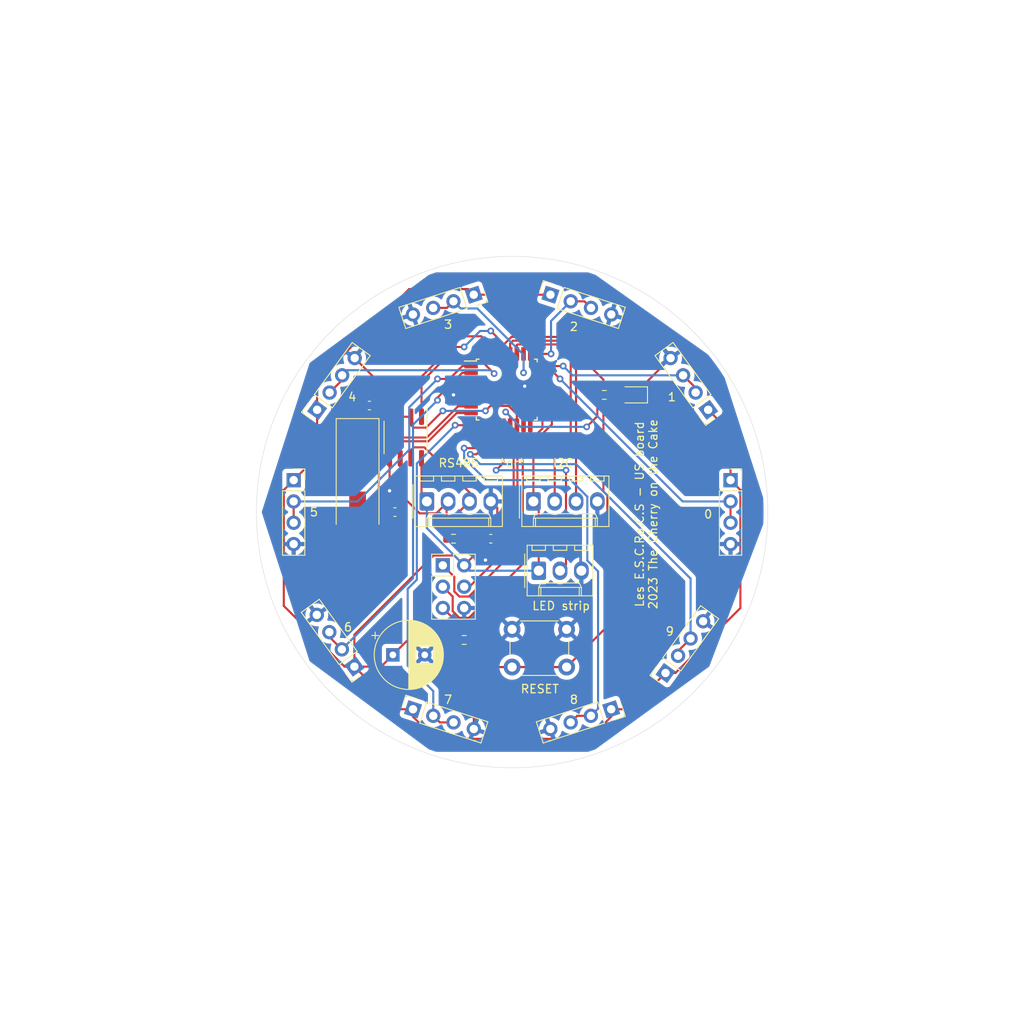
<source format=kicad_pcb>
(kicad_pcb (version 20211014) (generator pcbnew)
  (layers (0 "F.Cu" signal) (31 "B.Cu" signal) (34 "B.Paste" user) (35 "F.Paste" user) (36 "B.SilkS" user "B.Silkscreen") (37 "F.SilkS" user "F.Silkscreen") (38 "B.Mask" user) (39 "F.Mask" user) (44 "Edge.Cuts" user))
  (net 0 "")
  (net 1 "GND")
  (net 2 "/XTAL1")
  (net 3 "/XTAL2")
  (net 4 "+5V")
  (net 5 "/LED_DIG")
  (net 6 "/MISO")
  (net 7 "/SCK")
  (net 8 "/MOSI")
  (net 9 "/RST")
  (net 10 "/I2C_SDA")
  (net 11 "/I2C_SCL")
  (net 12 "/US0")
  (net 13 "/US4")
  (net 14 "/US8")
  (net 15 "/US1")
  (net 16 "/US5")
  (net 17 "/US9")
  (net 18 "/US6")
  (net 19 "/US2")
  (net 20 "/US7")
  (net 21 "/US3")
  (net 25 "Net-(J4-Pad2)")
  (net 26 "Net-(D1-Pad2)")
  (net 27 "Net-(J4-Pad3)")
  (net 28 "/LED_STAT")
  (net 29 "/RS485_TXE")
  (net 30 "/UART_RXD")
  (net 31 "/UART_TXD")
  (footprint "Capacitor_SMD:C_0603_1608Metric" (layer "F.Cu") (at 129.045 69.85)
    (fp_text reference "C1" hide)
    (fp_text value "22p")
    (pad "1" smd roundrect locked (at -0.775 0) (size 0.9 0.95) (layers "F.Cu" "F.Paste" "F.Mask") (net 2 "/XTAL1"))
    (pad "2" smd roundrect locked (at 0.775 0) (size 0.9 0.95) (layers "F.Cu" "F.Paste" "F.Mask") (net 1 "GND"))
  )
  (footprint "Capacitor_SMD:C_0603_1608Metric" (layer "F.Cu") (at 132.08 82.55)
    (fp_text reference "C2" hide)
    (fp_text value "22p")
    (pad "1" smd roundrect locked (at -0.775 0) (size 0.9 0.95) (layers "F.Cu" "F.Paste" "F.Mask") (net 3 "/XTAL2"))
    (pad "2" smd roundrect locked (at 0.775 0) (size 0.9 0.95) (layers "F.Cu" "F.Paste" "F.Mask") (net 1 "GND"))
  )
  (footprint "Capacitor_THT:CP_Radial_D8.0mm_P3.80mm" (layer "F.Cu") (at 131.839396 99.568)
    (fp_text reference "C3" hide)
    (fp_text value "10u")
    (pad "1" thru_hole rect (at 0 0) (size 1.6 1.6) (drill 0.8) (layers *.Cu *.Mask) (net 4 "+5V"))
    (pad "2" thru_hole circle (at 3.8 0) (size 1.6 1.6) (drill 0.8) (layers *.Cu *.Mask) (net 1 "GND"))
  )
  (footprint "Capacitor_SMD:C_0603_1608Metric" (layer "F.Cu") (at 143.51 85.725)
    (fp_text reference "C4" hide)
    (fp_text value "100n")
    (pad "1" smd roundrect locked (at -0.775 0) (size 0.9 0.95) (layers "F.Cu" "F.Paste" "F.Mask") (net 4 "+5V"))
    (pad "2" smd roundrect locked (at 0.775 0) (size 0.9 0.95) (layers "F.Cu" "F.Paste" "F.Mask") (net 1 "GND"))
  )
  (footprint "Connector_Molex:Molex_KK-254_AE-6410-03A_1x03_P2.54mm_Vertical" (layer "F.Cu") (at 149.225 89.535)
    (fp_text reference "J1" hide)
    (fp_text value "LED Strip")
    (pad "1" thru_hole roundrect locked (at 0 0) (size 1.74 2.19) (drill 1.19) (layers *.Cu *.Mask) (roundrect_rratio 0.1436775862) (net 4 "+5V"))
    (pad "2" thru_hole oval locked (at 2.54 0) (size 1.74 2.19) (drill 1.19) (layers *.Cu *.Mask) (net 5 "/LED_DIG"))
    (pad "3" thru_hole oval locked (at 5.08 0) (size 1.74 2.19) (drill 1.19) (layers *.Cu *.Mask) (net 1 "GND"))
  )
  (footprint "Connector_PinHeader_2.54mm:PinHeader_2x03_P2.54mm_Vertical" (layer "F.Cu") (at 137.795 88.9)
    (fp_text reference "J2" hide)
    (fp_text value "AVR-ISP-6")
    (pad "1" thru_hole rect locked (at 0 0) (size 1.7 1.7) (drill 1) (layers *.Cu *.Mask) (net 6 "/MISO"))
    (pad "2" thru_hole oval locked (at 2.54 0) (size 1.7 1.7) (drill 1) (layers *.Cu *.Mask) (net 4 "+5V"))
    (pad "3" thru_hole oval locked (at 0 2.54) (size 1.7 1.7) (drill 1) (layers *.Cu *.Mask) (net 7 "/SCK"))
    (pad "4" thru_hole oval locked (at 2.54 2.54) (size 1.7 1.7) (drill 1) (layers *.Cu *.Mask) (net 8 "/MOSI"))
    (pad "5" thru_hole oval locked (at 0 5.08) (size 1.7 1.7) (drill 1) (layers *.Cu *.Mask) (net 9 "/RST"))
    (pad "6" thru_hole oval locked (at 2.54 5.08) (size 1.7 1.7) (drill 1) (layers *.Cu *.Mask) (net 1 "GND"))
  )
  (footprint "Connector_Molex:Molex_KK-254_AE-6410-04A_1x04_P2.54mm_Vertical" (layer "F.Cu") (at 148.59 81.28)
    (fp_text reference "J3" hide)
    (fp_text value "I2C")
    (pad "1" thru_hole roundrect locked (at 0 0) (size 1.74 2.19) (drill 1.19) (layers *.Cu *.Mask) (roundrect_rratio 0.1436775862) (net 4 "+5V"))
    (pad "2" thru_hole oval locked (at 2.54 0) (size 1.74 2.19) (drill 1.19) (layers *.Cu *.Mask) (net 10 "/I2C_SDA"))
    (pad "3" thru_hole oval locked (at 5.08 0) (size 1.74 2.19) (drill 1.19) (layers *.Cu *.Mask) (net 11 "/I2C_SCL"))
    (pad "4" thru_hole oval locked (at 7.62 0) (size 1.74 2.19) (drill 1.19) (layers *.Cu *.Mask) (net 1 "GND"))
  )
  (footprint "Connector_Molex:Molex_KK-254_AE-6410-04A_1x04_P2.54mm_Vertical" (layer "F.Cu") (at 135.89 81.28)
    (fp_text reference "J4" hide)
    (fp_text value "RS485")
    (pad "1" thru_hole roundrect locked (at 0 0) (size 1.74 2.19) (drill 1.19) (layers *.Cu *.Mask) (roundrect_rratio 0.1436775862) (net 4 "+5V"))
    (pad "2" thru_hole oval locked (at 2.54 0) (size 1.74 2.19) (drill 1.19) (layers *.Cu *.Mask) (net 25 "Net-(J4-Pad2)"))
    (pad "3" thru_hole oval locked (at 5.08 0) (size 1.74 2.19) (drill 1.19) (layers *.Cu *.Mask) (net 27 "Net-(J4-Pad3)"))
    (pad "4" thru_hole oval locked (at 7.62 0) (size 1.74 2.19) (drill 1.19) (layers *.Cu *.Mask) (net 1 "GND"))
  )
  (footprint "Connector_PinSocket_2.54mm:PinSocket_1x04_P2.54mm_Vertical" (layer "F.Cu") (at 172.085 78.74)
    (fp_text reference "J5" hide)
    (fp_text value "US0")
    (pad "1" thru_hole rect locked (at 0 0) (size 1.7 1.7) (drill 1) (layers *.Cu *.Mask) (net 4 "+5V"))
    (pad "2" thru_hole oval locked (at 0 2.54) (size 1.7 1.7) (drill 1) (layers *.Cu *.Mask) (net 12 "/US0"))
    (pad "3" thru_hole oval locked (at 0 5.08) (size 1.7 1.7) (drill 1) (layers *.Cu *.Mask) (net 12 "/US0"))
    (pad "4" thru_hole oval locked (at 0 7.62) (size 1.7 1.7) (drill 1) (layers *.Cu *.Mask) (net 1 "GND"))
  )
  (footprint "Connector_PinSocket_2.54mm:PinSocket_1x04_P2.54mm_Vertical" (layer "F.Cu") (at 169.418 70.358 -144)
    (fp_text reference "J6" hide)
    (fp_text value "US1")
    (pad "1" thru_hole rect locked (at 0 0 216) (size 1.7 1.7) (drill 1) (layers *.Cu *.Mask) (net 4 "+5V"))
    (pad "2" thru_hole oval locked (at 0 2.54 216) (size 1.7 1.7) (drill 1) (layers *.Cu *.Mask) (net 15 "/US1"))
    (pad "3" thru_hole oval locked (at 0 5.08 216) (size 1.7 1.7) (drill 1) (layers *.Cu *.Mask) (net 15 "/US1"))
    (pad "4" thru_hole oval locked (at 0 7.62 216) (size 1.7 1.7) (drill 1) (layers *.Cu *.Mask) (net 1 "GND"))
  )
  (footprint "Connector_PinSocket_2.54mm:PinSocket_1x04_P2.54mm_Vertical" (layer "F.Cu") (at 150.622 56.642 72)
    (fp_text reference "J7" hide)
    (fp_text value "US2")
    (pad "1" thru_hole rect locked (at 0 0 72) (size 1.7 1.7) (drill 1) (layers *.Cu *.Mask) (net 4 "+5V"))
    (pad "2" thru_hole oval locked (at 0 2.54 72) (size 1.7 1.7) (drill 1) (layers *.Cu *.Mask) (net 19 "/US2"))
    (pad "3" thru_hole oval locked (at 0 5.08 72) (size 1.7 1.7) (drill 1) (layers *.Cu *.Mask) (net 19 "/US2"))
    (pad "4" thru_hole oval locked (at 0 7.62 72) (size 1.7 1.7) (drill 1) (layers *.Cu *.Mask) (net 1 "GND"))
  )
  (footprint "Connector_PinSocket_2.54mm:PinSocket_1x04_P2.54mm_Vertical" (layer "F.Cu") (at 141.478 56.642 -72)
    (fp_text reference "J8" hide)
    (fp_text value "US3")
    (pad "1" thru_hole rect locked (at 0 0 288) (size 1.7 1.7) (drill 1) (layers *.Cu *.Mask) (net 4 "+5V"))
    (pad "2" thru_hole oval locked (at 0 2.54 288) (size 1.7 1.7) (drill 1) (layers *.Cu *.Mask) (net 21 "/US3"))
    (pad "3" thru_hole oval locked (at 0 5.08 288) (size 1.7 1.7) (drill 1) (layers *.Cu *.Mask) (net 21 "/US3"))
    (pad "4" thru_hole oval locked (at 0 7.62 288) (size 1.7 1.7) (drill 1) (layers *.Cu *.Mask) (net 1 "GND"))
  )
  (footprint "Connector_PinSocket_2.54mm:PinSocket_1x04_P2.54mm_Vertical" (layer "F.Cu") (at 122.809 70.358 144)
    (fp_text reference "J9" hide)
    (fp_text value "US4")
    (pad "1" thru_hole rect locked (at 0 0 144) (size 1.7 1.7) (drill 1) (layers *.Cu *.Mask) (net 4 "+5V"))
    (pad "2" thru_hole oval locked (at 0 2.54 144) (size 1.7 1.7) (drill 1) (layers *.Cu *.Mask) (net 13 "/US4"))
    (pad "3" thru_hole oval locked (at 0 5.08 144) (size 1.7 1.7) (drill 1) (layers *.Cu *.Mask) (net 13 "/US4"))
    (pad "4" thru_hole oval locked (at 0 7.62 144) (size 1.7 1.7) (drill 1) (layers *.Cu *.Mask) (net 1 "GND"))
  )
  (footprint "Connector_PinSocket_2.54mm:PinSocket_1x04_P2.54mm_Vertical" (layer "F.Cu") (at 120.015 78.74)
    (fp_text reference "J10" hide)
    (fp_text value "US5")
    (pad "1" thru_hole rect locked (at 0 0) (size 1.7 1.7) (drill 1) (layers *.Cu *.Mask) (net 4 "+5V"))
    (pad "2" thru_hole oval locked (at 0 2.54) (size 1.7 1.7) (drill 1) (layers *.Cu *.Mask) (net 16 "/US5"))
    (pad "3" thru_hole oval locked (at 0 5.08) (size 1.7 1.7) (drill 1) (layers *.Cu *.Mask) (net 16 "/US5"))
    (pad "4" thru_hole oval locked (at 0 7.62) (size 1.7 1.7) (drill 1) (layers *.Cu *.Mask) (net 1 "GND"))
  )
  (footprint "Connector_PinSocket_2.54mm:PinSocket_1x04_P2.54mm_Vertical" (layer "F.Cu") (at 127.254 100.965 -144)
    (fp_text reference "J11" hide)
    (fp_text value "US6")
    (pad "1" thru_hole rect locked (at 0 0 216) (size 1.7 1.7) (drill 1) (layers *.Cu *.Mask) (net 4 "+5V"))
    (pad "2" thru_hole oval locked (at 0 2.54 216) (size 1.7 1.7) (drill 1) (layers *.Cu *.Mask) (net 18 "/US6"))
    (pad "3" thru_hole oval locked (at 0 5.08 216) (size 1.7 1.7) (drill 1) (layers *.Cu *.Mask) (net 18 "/US6"))
    (pad "4" thru_hole oval locked (at 0 7.62 216) (size 1.7 1.7) (drill 1) (layers *.Cu *.Mask) (net 1 "GND"))
  )
  (footprint "Connector_PinSocket_2.54mm:PinSocket_1x04_P2.54mm_Vertical" (layer "F.Cu") (at 134.239 106.045 72)
    (fp_text reference "J12" hide)
    (fp_text value "US7")
    (pad "1" thru_hole rect locked (at 0 0 72) (size 1.7 1.7) (drill 1) (layers *.Cu *.Mask) (net 4 "+5V"))
    (pad "2" thru_hole oval locked (at 0 2.54 72) (size 1.7 1.7) (drill 1) (layers *.Cu *.Mask) (net 20 "/US7"))
    (pad "3" thru_hole oval locked (at 0 5.08 72) (size 1.7 1.7) (drill 1) (layers *.Cu *.Mask) (net 20 "/US7"))
    (pad "4" thru_hole oval locked (at 0 7.62 72) (size 1.7 1.7) (drill 1) (layers *.Cu *.Mask) (net 1 "GND"))
  )
  (footprint "Connector_PinSocket_2.54mm:PinSocket_1x04_P2.54mm_Vertical" (layer "F.Cu") (at 157.861 106.045 -72)
    (fp_text reference "J13" hide)
    (fp_text value "US8")
    (pad "1" thru_hole rect locked (at 0 0 288) (size 1.7 1.7) (drill 1) (layers *.Cu *.Mask) (net 4 "+5V"))
    (pad "2" thru_hole oval locked (at 0 2.54 288) (size 1.7 1.7) (drill 1) (layers *.Cu *.Mask) (net 14 "/US8"))
    (pad "3" thru_hole oval locked (at 0 5.08 288) (size 1.7 1.7) (drill 1) (layers *.Cu *.Mask) (net 14 "/US8"))
    (pad "4" thru_hole oval locked (at 0 7.62 288) (size 1.7 1.7) (drill 1) (layers *.Cu *.Mask) (net 1 "GND"))
  )
  (footprint "Connector_PinSocket_2.54mm:PinSocket_1x04_P2.54mm_Vertical" (layer "F.Cu") (at 164.338 101.727 144)
    (fp_text reference "J14" hide)
    (fp_text value "US9")
    (pad "1" thru_hole rect locked (at 0 0 144) (size 1.7 1.7) (drill 1) (layers *.Cu *.Mask) (net 4 "+5V"))
    (pad "2" thru_hole oval locked (at 0 2.54 144) (size 1.7 1.7) (drill 1) (layers *.Cu *.Mask) (net 17 "/US9"))
    (pad "3" thru_hole oval locked (at 0 5.08 144) (size 1.7 1.7) (drill 1) (layers *.Cu *.Mask) (net 17 "/US9"))
    (pad "4" thru_hole oval locked (at 0 7.62 144) (size 1.7 1.7) (drill 1) (layers *.Cu *.Mask) (net 1 "GND"))
  )
  (footprint "Resistor_SMD:R_0603_1608Metric" (layer "F.Cu") (at 140.335 97.79)
    (fp_text reference "R1" hide)
    (fp_text value "10k")
    (pad "1" smd roundrect locked (at -0.825 0) (size 0.8 0.95) (layers "F.Cu" "F.Paste" "F.Mask") (net 4 "+5V"))
    (pad "2" smd roundrect locked (at 0.825 0) (size 0.8 0.95) (layers "F.Cu" "F.Paste" "F.Mask") (net 9 "/RST"))
  )
  (footprint "Resistor_SMD:R_0603_1608Metric" (layer "F.Cu") (at 139.065 85.725 180)
    (fp_text reference "R2" hide)
    (fp_text value "120R")
    (pad "1" smd roundrect locked (at -0.825 0 180) (size 0.8 0.95) (layers "F.Cu" "F.Paste" "F.Mask") (net 27 "Net-(J4-Pad3)"))
    (pad "2" smd roundrect locked (at 0.825 0 180) (size 0.8 0.95) (layers "F.Cu" "F.Paste" "F.Mask") (net 25 "Net-(J4-Pad2)"))
  )
  (footprint "Resistor_SMD:R_0603_1608Metric" (layer "F.Cu") (at 157.035 68.58)
    (fp_text reference "R3" hide)
    (fp_text value "500")
    (pad "1" smd roundrect locked (at -0.825 0) (size 0.8 0.95) (layers "F.Cu" "F.Paste" "F.Mask") (net 28 "/LED_STAT"))
    (pad "2" smd roundrect locked (at 0.825 0) (size 0.8 0.95) (layers "F.Cu" "F.Paste" "F.Mask") (net 26 "Net-(D1-Pad2)"))
  )
  (footprint "Button_Switch_THT:SW_PUSH_6mm" (layer "F.Cu") (at 146.05 96.52)
    (fp_text reference "SW1" hide)
    (fp_text value "RESET")
    (pad "1" thru_hole circle locked (at 0 0 90) (size 2 2) (drill 1.1) (layers *.Cu *.Mask) (net 1 "GND"))
    (pad "1" thru_hole circle locked (at 6.5 0 90) (size 2 2) (drill 1.1) (layers *.Cu *.Mask) (net 1 "GND"))
    (pad "2" thru_hole circle locked (at 0 4.5 90) (size 2 2) (drill 1.1) (layers *.Cu *.Mask) (net 9 "/RST"))
    (pad "2" thru_hole circle locked (at 6.5 4.5 90) (size 2 2) (drill 1.1) (layers *.Cu *.Mask) (net 9 "/RST"))
  )
  (footprint "Package_QFP:TQFP-32_7x7mm_P0.8mm" (layer "F.Cu") (at 145.415 67.945)
    (fp_text reference "U1" hide)
    (fp_text value "ATmega168PA-AU")
    (pad "1" smd rect locked (at -4.25 -2.8) (size 1.6 0.55) (layers "F.Cu" "F.Paste" "F.Mask") (net 16 "/US5"))
    (pad "2" smd rect locked (at -4.25 -2) (size 1.6 0.55) (layers "F.Cu" "F.Paste" "F.Mask") (net 18 "/US6"))
    (pad "3" smd rect locked (at -4.25 -1.2) (size 1.6 0.55) (layers "F.Cu" "F.Paste" "F.Mask") (net 1 "GND"))
    (pad "4" smd rect locked (at -4.25 -0.4) (size 1.6 0.55) (layers "F.Cu" "F.Paste" "F.Mask") (net 4 "+5V"))
    (pad "5" smd rect locked (at -4.25 0.4) (size 1.6 0.55) (layers "F.Cu" "F.Paste" "F.Mask") (net 1 "GND"))
    (pad "6" smd rect locked (at -4.25 1.2) (size 1.6 0.55) (layers "F.Cu" "F.Paste" "F.Mask") (net 4 "+5V"))
    (pad "7" smd rect locked (at -4.25 2) (size 1.6 0.55) (layers "F.Cu" "F.Paste" "F.Mask") (net 2 "/XTAL1"))
    (pad "8" smd rect locked (at -4.25 2.8) (size 1.6 0.55) (layers "F.Cu" "F.Paste" "F.Mask") (net 3 "/XTAL2"))
    (pad "9" smd rect locked (at -2.8 4.25 90) (size 1.6 0.55) (layers "F.Cu" "F.Paste" "F.Mask") (net 20 "/US7"))
    (pad "10" smd rect locked (at -2 4.25 90) (size 1.6 0.55) (layers "F.Cu" "F.Paste" "F.Mask") (net 14 "/US8"))
    (pad "11" smd rect locked (at -1.2 4.25 90) (size 1.6 0.55) (layers "F.Cu" "F.Paste" "F.Mask") (net 17 "/US9"))
    (pad "12" smd rect locked (at -0.4 4.25 90) (size 1.6 0.55) (layers "F.Cu" "F.Paste" "F.Mask") (net 5 "/LED_DIG"))
    (pad "13" smd rect locked (at 0.4 4.25 90) (size 1.6 0.55) (layers "F.Cu" "F.Paste" "F.Mask") (net 28 "/LED_STAT"))
    (pad "14" smd rect locked (at 1.2 4.25 90) (size 1.6 0.55) (layers "F.Cu" "F.Paste" "F.Mask") (net 29 "/RS485_TXE"))
    (pad "15" smd rect locked (at 2 4.25 90) (size 1.6 0.55) (layers "F.Cu" "F.Paste" "F.Mask") (net 8 "/MOSI"))
    (pad "16" smd rect locked (at 2.8 4.25 90) (size 1.6 0.55) (layers "F.Cu" "F.Paste" "F.Mask") (net 6 "/MISO"))
    (pad "17" smd rect locked (at 4.25 2.8) (size 1.6 0.55) (layers "F.Cu" "F.Paste" "F.Mask") (net 7 "/SCK"))
    (pad "18" smd rect locked (at 4.25 2) (size 1.6 0.55) (layers "F.Cu" "F.Paste" "F.Mask") (net 4 "+5V"))
    (pad "19" smd rect locked (at 4.25 1.2) (size 1.6 0.55) (layers "F.Cu" "F.Paste" "F.Mask"))
    (pad "20" smd rect locked (at 4.25 0.4) (size 1.6 0.55) (layers "F.Cu" "F.Paste" "F.Mask"))
    (pad "21" smd rect locked (at 4.25 -0.4) (size 1.6 0.55) (layers "F.Cu" "F.Paste" "F.Mask") (net 1 "GND"))
    (pad "22" smd rect locked (at 4.25 -1.2) (size 1.6 0.55) (layers "F.Cu" "F.Paste" "F.Mask"))
    (pad "23" smd rect locked (at 4.25 -2) (size 1.6 0.55) (layers "F.Cu" "F.Paste" "F.Mask") (net 12 "/US0"))
    (pad "24" smd rect locked (at 4.25 -2.8) (size 1.6 0.55) (layers "F.Cu" "F.Paste" "F.Mask") (net 15 "/US1"))
    (pad "25" smd rect locked (at 2.8 -4.25 90) (size 1.6 0.55) (layers "F.Cu" "F.Paste" "F.Mask") (net 19 "/US2"))
    (pad "26" smd rect locked (at 2 -4.25 90) (size 1.6 0.55) (layers "F.Cu" "F.Paste" "F.Mask") (net 21 "/US3"))
    (pad "27" smd rect locked (at 1.2 -4.25 90) (size 1.6 0.55) (layers "F.Cu" "F.Paste" "F.Mask") (net 10 "/I2C_SDA"))
    (pad "28" smd rect locked (at 0.4 -4.25 90) (size 1.6 0.55) (layers "F.Cu" "F.Paste" "F.Mask") (net 11 "/I2C_SCL"))
    (pad "29" smd rect locked (at -0.4 -4.25 90) (size 1.6 0.55) (layers "F.Cu" "F.Paste" "F.Mask") (net 9 "/RST"))
    (pad "30" smd rect locked (at -1.2 -4.25 90) (size 1.6 0.55) (layers "F.Cu" "F.Paste" "F.Mask") (net 30 "/UART_RXD"))
    (pad "31" smd rect locked (at -2 -4.25 90) (size 1.6 0.55) (layers "F.Cu" "F.Paste" "F.Mask") (net 31 "/UART_TXD"))
    (pad "32" smd rect locked (at -2.8 -4.25 90) (size 1.6 0.55) (layers "F.Cu" "F.Paste" "F.Mask") (net 13 "/US4"))
  )
  (footprint "Package_SO:SOIC-8_3.9x4.9mm_P1.27mm" (layer "F.Cu") (at 133.35 73.66 -90)
    (fp_text reference "U2" hide)
    (fp_text value "MAX485E")
    (pad "1" smd roundrect locked (at -2.475 -1.905 270) (size 1.95 0.6) (layers "F.Cu" "F.Paste" "F.Mask") (net 30 "/UART_RXD"))
    (pad "2" smd roundrect locked (at -2.475 -0.635 270) (size 1.95 0.6) (layers "F.Cu" "F.Paste" "F.Mask") (net 29 "/RS485_TXE"))
    (pad "3" smd roundrect locked (at -2.475 0.635 270) (size 1.95 0.6) (layers "F.Cu" "F.Paste" "F.Mask") (net 29 "/RS485_TXE"))
    (pad "4" smd roundrect locked (at -2.475 1.905 270) (size 1.95 0.6) (layers "F.Cu" "F.Paste" "F.Mask") (net 31 "/UART_TXD"))
    (pad "5" smd roundrect locked (at 2.475 1.905 270) (size 1.95 0.6) (layers "F.Cu" "F.Paste" "F.Mask") (net 1 "GND"))
    (pad "6" smd roundrect locked (at 2.475 0.635 270) (size 1.95 0.6) (layers "F.Cu" "F.Paste" "F.Mask") (net 25 "Net-(J4-Pad2)"))
    (pad "7" smd roundrect locked (at 2.475 -0.635 270) (size 1.95 0.6) (layers "F.Cu" "F.Paste" "F.Mask") (net 27 "Net-(J4-Pad3)"))
    (pad "8" smd roundrect locked (at 2.475 -1.905 270) (size 1.95 0.6) (layers "F.Cu" "F.Paste" "F.Mask") (net 4 "+5V"))
  )
  (footprint "Crystal:Crystal_SMD_HC49-SD" (layer "F.Cu") (at 127.635 78.105 -90)
    (fp_text reference "Y1" hide)
    (fp_text value "16MHz")
    (pad "1" smd rect locked (at -4.25 0 270) (size 4.5 2) (layers "F.Cu" "F.Paste" "F.Mask") (net 2 "/XTAL1"))
    (pad "2" smd rect locked (at 4.25 0 270) (size 4.5 2) (layers "F.Cu" "F.Paste" "F.Mask") (net 3 "/XTAL2"))
  )
  (footprint "LED_SMD:LED_0805_2012Metric" (layer "F.Cu") (at 160.5025 68.58 180)
    (fp_text reference "D1" hide)
    (fp_text value "Status")
    (pad "1" smd roundrect locked (at -0.9375 0 180) (size 0.975 1.4) (layers "F.Cu" "F.Paste" "F.Mask") (net 1 "GND"))
    (pad "2" smd roundrect locked (at 0.9375 0 180) (size 0.975 1.4) (layers "F.Cu" "F.Paste" "F.Mask") (net 26 "Net-(D1-Pad2)"))
  )
  (gr_circle (center 146.05 82.55) (end 176.53 82.55) (layer "Edge.Cuts") (width 0.05) (fill none))
  (gr_text "6" (at 126.492 96.266) (layer "F.SilkS") (effects (font (size 1 1))))
  (gr_text "1" (at 165.1 68.834) (layer "F.SilkS") (effects (font (size 1 1))))
  (gr_text "8" (at 153.416 104.902) (layer "F.SilkS") (effects (font (size 1 1))))
  (gr_text "RS485" (at 139.7 76.708) (layer "F.SilkS") (effects (font (size 1 1))))
  (gr_text "9" (at 164.846 96.774) (layer "F.SilkS") (effects (font (size 1 1))))
  (gr_text "I2C" (at 152.146 76.708) (layer "F.SilkS") (effects (font (size 1 1))))
  (gr_text "2" (at 153.416 60.452) (layer "F.SilkS") (effects (font (size 1 1))))
  (gr_text "0" (at 169.418 82.804) (layer "F.SilkS") (effects (font (size 1 1))))
  (gr_text "4" (at 127 68.834) (layer "F.SilkS") (effects (font (size 1 1))))
  (gr_text "RESET" (at 149.352 103.632) (layer "F.SilkS") (effects (font (size 1 1))))
  (gr_text "*or*" (at 146.05 76.708) (layer "F.SilkS") (effects (font (size 1 1))))
  (gr_text "3" (at 138.43 60.198) (layer "F.SilkS") (effects (font (size 1 1))))
  (gr_text "5" (at 122.428 82.55) (layer "F.SilkS") (effects (font (size 1 1))))
  (gr_text "LED strip" (at 151.892 93.726) (layer "F.SilkS") (effects (font (size 1 1))))
  (gr_text "Les E.S.C.Ro.C.S - US board\n2023 The Cherry on the Cake" (at 162.052 82.804 90) (layer "F.SilkS") (effects (font (size 1 1))))
  (gr_text "7" (at 138.43 104.902) (layer "F.SilkS") (effects (font (size 1 1))))
  (segment (start 147.555 67.545) (end 147.555 67.545) (width 0.25) (layer "F.Cu") (net 1))
  (segment (start 139.065 68.58) (end 139.065 68.58) (width 0.25) (layer "F.Cu") (net 1))
  (segment (start 131.445 80.01) (end 131.445 79.375) (width 0.25) (layer "F.Cu") (net 1))
  (segment (start 142.875 88.265) (end 142.875 88.265) (width 0.25) (layer "F.Cu") (net 1))
  (segment (start 149.665 67.545) (end 147.555 67.545) (width 0.25) (layer "F.Cu") (net 1))
  (segment (start 141.165 68.345) (end 139.3 68.345) (width 0.25) (layer "F.Cu") (net 1))
  (segment (start 144.285 86.855) (end 142.875 88.265) (width 0.25) (layer "F.Cu") (net 1))
  (segment (start 129.82 69.85) (end 129.82 66.725367) (width 0.25) (layer "F.Cu") (net 1))
  (segment (start 131.445 81.14) (end 131.445 80.01) (width 0.25) (layer "F.Cu") (net 1))
  (segment (start 139.3 68.345) (end 139.065 68.58) (width 0.25) (layer "F.Cu") (net 1))
  (segment (start 141.486051 105.396051) (end 141.467447 105.396051) (width 0.25) (layer "F.Cu") (net 1))
  (segment (start 141.467447 105.396051) (end 135.639396 99.568) (width 0.25) (layer "F.Cu") (net 1))
  (segment (start 141.165 66.745) (end 140.115 66.745) (width 0.25) (layer "F.Cu") (net 1))
  (segment (start 144.285 82.055) (end 143.51 81.28) (width 0.25) (layer "F.Cu") (net 1))
  (segment (start 140.115 66.745) (end 140.039999 66.820001) (width 0.25) (layer "F.Cu") (net 1))
  (segment (start 161.29 68.58) (end 161.29 67.842367) (width 0.25) (layer "F.Cu") (net 1))
  (segment (start 161.29 67.842367) (end 164.939076 64.193291) (width 0.25) (layer "F.Cu") (net 1))
  (segment (start 129.82 66.725367) (end 127.287924 64.193291) (width 0.25) (layer "F.Cu") (net 1))
  (segment (start 140.039999 68.080001) (end 140.304998 68.345) (width 0.25) (layer "F.Cu") (net 1))
  (segment (start 140.304998 68.345) (end 141.165 68.345) (width 0.25) (layer "F.Cu") (net 1))
  (segment (start 140.039999 66.820001) (end 140.039999 68.080001) (width 0.25) (layer "F.Cu") (net 1))
  (segment (start 141.486051 105.396051) (end 141.486051 108.399709) (width 0.25) (layer "F.Cu") (net 1))
  (segment (start 144.285 85.725) (end 144.285 86.855) (width 0.25) (layer "F.Cu") (net 1))
  (segment (start 132.855 82.55) (end 131.445 81.14) (width 0.25) (layer "F.Cu") (net 1))
  (segment (start 131.445 76.135) (end 131.445 79.375) (width 0.25) (layer "F.Cu") (net 1))
  (segment (start 144.285 85.725) (end 144.285 82.055) (width 0.25) (layer "F.Cu") (net 1))
  (via (at 139.065 68.58) (size 0.8) (drill 0.4) (layers "F.Cu" "B.Cu") (net 1))
  (via (at 131.445 80.01) (size 0.8) (drill 0.4) (layers "F.Cu" "B.Cu") (net 1))
  (via (at 142.875 88.265) (size 0.8) (drill 0.4) (layers "F.Cu" "B.Cu") (net 1))
  (via (at 147.555 67.545) (size 0.8) (drill 0.4) (layers "F.Cu" "B.Cu") (net 1))
  (segment (start 128.27 73.22) (end 127.635 73.855) (width 0.25) (layer "F.Cu") (net 2))
  (segment (start 135.89 73.66) (end 127.83 73.66) (width 0.25) (layer "F.Cu") (net 2))
  (segment (start 127.83 73.66) (end 127.635 73.855) (width 0.25) (layer "F.Cu") (net 2))
  (segment (start 139.605 69.945) (end 135.89 73.66) (width 0.25) (layer "F.Cu") (net 2))
  (segment (start 141.165 69.945) (end 139.605 69.945) (width 0.25) (layer "F.Cu") (net 2))
  (segment (start 128.27 69.85) (end 128.27 73.22) (width 0.25) (layer "F.Cu") (net 2))
  (segment (start 131.305 82.55) (end 128.71 82.55) (width 0.25) (layer "F.Cu") (net 3))
  (segment (start 130.175 74.110011) (end 130.175 79.815) (width 0.25) (layer "F.Cu") (net 3))
  (segment (start 128.71 82.55) (end 127.635 81.475) (width 0.25) (layer "F.Cu") (net 3))
  (segment (start 136.0764 74.110011) (end 130.175 74.110011) (width 0.25) (layer "F.Cu") (net 3))
  (segment (start 130.175 79.815) (end 127.635 82.355) (width 0.25) (layer "F.Cu") (net 3))
  (segment (start 139.44141 70.745) (end 136.0764 74.110011) (width 0.25) (layer "F.Cu") (net 3))
  (segment (start 141.165 70.745) (end 139.44141 70.745) (width 0.25) (layer "F.Cu") (net 3))
  (segment (start 122.809 66.933213) (end 133.774776 55.967437) (width 0.25) (layer "F.Cu") (net 4))
  (segment (start 136.874968 109.57471) (end 155.225032 109.57471) (width 0.25) (layer "F.Cu") (net 4))
  (segment (start 148.59 81.28) (end 148.59 74.29641) (width 0.25) (layer "F.Cu") (net 4))
  (segment (start 160.02 106.045) (end 164.338 101.727) (width 0.25) (layer "F.Cu") (net 4))
  (segment (start 142.215 69.145) (end 141.165 69.145) (width 0.25) (layer "F.Cu") (net 4))
  (segment (start 148.615 69.945) (end 147.815 69.145) (width 0.25) (layer "F.Cu") (net 4))
  (segment (start 118.839999 79.915001) (end 120.015 78.74) (width 0.25) (layer "F.Cu") (net 4))
  (segment (start 140.335 88.9) (end 139.159999 87.724999) (width 0.25) (layer "F.Cu") (net 4))
  (segment (start 142.025002 69.145) (end 141.165 69.145) (width 0.25) (layer "F.Cu") (net 4))
  (segment (start 130.442396 100.965) (end 131.839396 99.568) (width 0.25) (layer "F.Cu") (net 4))
  (segment (start 155.225032 109.57471) (end 157.861 106.938742) (width 0.25) (layer "F.Cu") (net 4))
  (segment (start 173.260001 93.982073) (end 173.260001 79.915001) (width 0.25) (layer "F.Cu") (net 4))
  (segment (start 150.622 56.642) (end 141.478 56.642) (width 0.25) (layer "F.Cu") (net 4))
  (segment (start 157.861 106.045) (end 160.02 106.045) (width 0.25) (layer "F.Cu") (net 4))
  (segment (start 149.225 81.915) (end 148.59 81.28) (width 0.25) (layer "F.Cu") (net 4))
  (segment (start 157.861 106.938742) (end 157.861 106.045) (width 0.25) (layer "F.Cu") (net 4))
  (segment (start 135.255 80.645) (end 135.89 81.28) (width 0.25) (layer "F.Cu") (net 4))
  (segment (start 148.59 74.29641) (end 150.790001 72.096409) (width 0.25) (layer "F.Cu") (net 4))
  (segment (start 142.290001 69.069999) (end 142.215 69.145) (width 0.25) (layer "F.Cu") (net 4))
  (segment (start 134.239 106.938742) (end 136.874968 109.57471) (width 0.25) (layer "F.Cu") (net 4))
  (segment (start 122.809 75.946) (end 120.015 78.74) (width 0.25) (layer "F.Cu") (net 4))
  (segment (start 122.809 70.358) (end 122.809 75.946) (width 0.25) (layer "F.Cu") (net 4))
  (segment (start 150.525002 69.945) (end 149.665 69.945) (width 0.25) (layer "F.Cu") (net 4))
  (segment (start 136.684999 87.724999) (end 127.254 97.155998) (width 0.25) (layer "F.Cu") (net 4))
  (segment (start 142.215 67.545) (end 142.290001 67.620001) (width 0.25) (layer "F.Cu") (net 4))
  (segment (start 134.239 106.045) (end 134.239 106.938742) (width 0.25) (layer "F.Cu") (net 4))
  (segment (start 126.076926 100.965) (end 118.839999 93.728073) (width 0.25) (layer "F.Cu") (net 4))
  (segment (start 173.260001 79.915001) (end 172.085 78.74) (width 0.25) (layer "F.Cu") (net 4))
  (segment (start 132.334 106.045) (end 127.254 100.965) (width 0.25) (layer "F.Cu") (net 4))
  (segment (start 135.255 76.135) (end 135.255 80.645) (width 0.25) (layer "F.Cu") (net 4))
  (segment (start 172.085 78.74) (end 172.085 73.025) (width 0.25) (layer "F.Cu") (net 4))
  (segment (start 139.159999 87.724999) (end 136.684999 87.724999) (width 0.25) (layer "F.Cu") (net 4))
  (segment (start 141.165 67.545) (end 142.215 67.545) (width 0.25) (layer "F.Cu") (net 4))
  (segment (start 172.085 73.025) (end 169.418 70.358) (width 0.25) (layer "F.Cu") (net 4))
  (segment (start 134.239 106.045) (end 132.334 106.045) (width 0.25) (layer "F.Cu") (net 4))
  (segment (start 165.515074 101.727) (end 173.260001 93.982073) (width 0.25) (layer "F.Cu") (net 4))
  (segment (start 133.617396 97.79) (end 131.839396 99.568) (width 0.25) (layer "F.Cu") (net 4))
  (segment (start 133.774776 55.967437) (end 140.803437 55.967437) (width 0.25) (layer "F.Cu") (net 4))
  (segment (start 142.735 86.5) (end 140.335 88.9) (width 0.25) (layer "F.Cu") (net 4))
  (segment (start 118.839999 93.728073) (end 118.839999 79.915001) (width 0.25) (layer "F.Cu") (net 4))
  (segment (start 150.790001 70.209999) (end 150.525002 69.945) (width 0.25) (layer "F.Cu") (net 4))
  (segment (start 149.665 69.945) (end 148.615 69.945) (width 0.25) (layer "F.Cu") (net 4))
  (segment (start 140.803437 55.967437) (end 141.478 56.642) (width 0.25) (layer "F.Cu") (net 4))
  (segment (start 127.254 100.965) (end 126.076926 100.965) (width 0.25) (layer "F.Cu") (net 4))
  (segment (start 142.735 85.725) (end 142.735 86.5) (width 0.25) (layer "F.Cu") (net 4))
  (segment (start 122.809 70.358) (end 122.809 66.933213) (width 0.25) (layer "F.Cu") (net 4))
  (segment (start 150.790001 72.096409) (end 150.790001 70.209999) (width 0.25) (layer "F.Cu") (net 4))
  (segment (start 127.254 100.965) (end 130.442396 100.965) (width 0.25) (layer "F.Cu") (net 4))
  (segment (start 164.338 101.727) (end 165.515074 101.727) (width 0.25) (layer "F.Cu") (net 4))
  (segment (start 139.51 97.79) (end 133.617396 97.79) (width 0.25) (layer "F.Cu") (net 4))
  (segment (start 147.815 69.145) (end 141.165 69.145) (width 0.25) (layer "F.Cu") (net 4))
  (segment (start 127.254 97.155998) (end 127.254 100.965) (width 0.25) (layer "F.Cu") (net 4))
  (segment (start 149.225 89.535) (end 149.225 81.915) (width 0.25) (layer "F.Cu") (net 4))
  (segment (start 142.290001 67.620001) (end 142.290001 69.069999) (width 0.25) (layer "F.Cu") (net 4))
  (segment (start 135.89 84.455) (end 140.335 88.9) (width 0.25) (layer "B.Cu") (net 4))
  (segment (start 135.89 81.28) (end 135.89 84.455) (width 0.25) (layer "B.Cu") (net 4))
  (segment (start 140.97 89.535) (end 140.335 88.9) (width 0.25) (layer "B.Cu") (net 4))
  (segment (start 149.225 89.535) (end 140.97 89.535) (width 0.25) (layer "B.Cu") (net 4))
  (segment (start 145.015 72.195) (end 145.015 76.69001) (width 0.25) (layer "F.Cu") (net 5))
  (segment (start 152.47499 88.82501) (end 152.47499 77.56001) (width 0.25) (layer "F.Cu") (net 5))
  (segment (start 151.765 89.535) (end 152.47499 88.82501) (width 0.25) (layer "F.Cu") (net 5))
  (segment (start 145.015 76.69001) (end 144.145 77.56001) (width 0.25) (layer "F.Cu") (net 5))
  (via (at 144.145 77.56001) (size 0.8) (drill 0.4) (layers "F.Cu" "B.Cu") (net 5))
  (via (at 152.47499 77.56001) (size 0.8) (drill 0.4) (layers "F.Cu" "B.Cu") (net 5))
  (segment (start 152.47499 77.56001) (end 151.909305 77.56001) (width 0.25) (layer "B.Cu") (net 5))
  (segment (start 151.909305 77.56001) (end 144.145 77.56001) (width 0.25) (layer "B.Cu") (net 5))
  (segment (start 146.685 74.775) (end 148.215 73.245) (width 0.25) (layer "F.Cu") (net 6))
  (segment (start 148.215 73.245) (end 148.215 72.195) (width 0.25) (layer "F.Cu") (net 6))
  (segment (start 137.795 88.9) (end 139.159999 90.264999) (width 0.25) (layer "F.Cu") (net 6))
  (segment (start 146.685 86.829002) (end 146.685 74.775) (width 0.25) (layer "F.Cu") (net 6))
  (segment (start 139.159999 90.264999) (end 139.159999 92.004001) (width 0.25) (layer "F.Cu") (net 6))
  (segment (start 139.770999 92.615001) (end 140.899001 92.615001) (width 0.25) (layer "F.Cu") (net 6))
  (segment (start 140.899001 92.615001) (end 146.685 86.829002) (width 0.25) (layer "F.Cu") (net 6))
  (segment (start 139.159999 92.004001) (end 139.770999 92.615001) (width 0.25) (layer "F.Cu") (net 6))
  (segment (start 140.899001 95.155001) (end 139.770999 95.155001) (width 0.25) (layer "F.Cu") (net 7))
  (segment (start 147.32 88.734002) (end 140.899001 95.155001) (width 0.25) (layer "F.Cu") (net 7))
  (segment (start 149.665 72.585) (end 149.665 70.745) (width 0.25) (layer "F.Cu") (net 7))
  (segment (start 147.32 74.93) (end 147.32 88.734002) (width 0.25) (layer "F.Cu") (net 7))
  (segment (start 138.970001 92.615001) (end 137.795 91.44) (width 0.25) (layer "F.Cu") (net 7))
  (segment (start 138.970001 94.354003) (end 138.970001 92.615001) (width 0.25) (layer "F.Cu") (net 7))
  (segment (start 147.32 74.93) (end 149.665 72.585) (width 0.25) (layer "F.Cu") (net 7))
  (segment (start 139.770999 95.155001) (end 138.970001 94.354003) (width 0.25) (layer "F.Cu") (net 7))
  (segment (start 146.23499 74.42501) (end 147.415 73.245) (width 0.25) (layer "F.Cu") (net 8))
  (segment (start 140.97 91.44) (end 146.23499 86.17501) (width 0.25) (layer "F.Cu") (net 8))
  (segment (start 140.335 91.44) (end 140.97 91.44) (width 0.25) (layer "F.Cu") (net 8))
  (segment (start 147.415 73.245) (end 147.415 72.195) (width 0.25) (layer "F.Cu") (net 8))
  (segment (start 146.23499 86.17501) (end 146.23499 74.42501) (width 0.25) (layer "F.Cu") (net 8))
  (segment (start 145.015 63.695) (end 145.015 62.62859) (width 0.25) (layer "F.Cu") (net 9))
  (segment (start 151.8428 61.66998) (end 156.93501 66.76219) (width 0.25) (layer "F.Cu") (net 9))
  (segment (start 152.55 101.02) (end 146.05 101.02) (width 0.25) (layer "F.Cu") (net 9))
  (segment (start 145.973611 61.669979) (end 151.8428 61.66998) (width 0.25) (layer "F.Cu") (net 9))
  (segment (start 156.93501 80.090011) (end 157.40501 80.560011) (width 0.25) (layer "F.Cu") (net 9))
  (segment (start 146.05 101.02) (end 144.39 101.02) (width 0.25) (layer "F.Cu") (net 9))
  (segment (start 144.39 101.02) (end 141.16 97.79) (width 0.25) (layer "F.Cu") (net 9))
  (segment (start 141.16 97.345) (end 137.795 93.98) (width 0.25) (layer "F.Cu") (net 9))
  (segment (start 145.015 62.62859) (end 145.973611 61.669979) (width 0.25) (layer "F.Cu") (net 9))
  (segment (start 157.40501 80.560011) (end 157.40501 96.16499) (width 0.25) (layer "F.Cu") (net 9))
  (segment (start 141.16 97.79) (end 141.16 97.345) (width 0.25) (layer "F.Cu") (net 9))
  (segment (start 157.40501 96.16499) (end 152.55 101.02) (width 0.25) (layer "F.Cu") (net 9))
  (segment (start 156.93501 66.76219) (end 156.93501 80.090011) (width 0.25) (layer "F.Cu") (net 9))
  (segment (start 153.035 64.135) (end 151.469999 62.569999) (width 0.25) (layer "F.Cu") (net 10))
  (segment (start 146.615 62.645) (end 146.615 63.695) (width 0.25) (layer "F.Cu") (net 10))
  (segment (start 151.469999 62.569999) (end 146.690001 62.569999) (width 0.25) (layer "F.Cu") (net 10))
  (segment (start 151.13 81.28) (end 151.13 76.2) (width 0.25) (layer "F.Cu") (net 10))
  (segment (start 153.035 74.295) (end 153.035 64.135) (width 0.25) (layer "F.Cu") (net 10))
  (segment (start 151.13 76.2) (end 153.035 74.295) (width 0.25) (layer "F.Cu") (net 10))
  (segment (start 146.690001 62.569999) (end 146.615 62.645) (width 0.25) (layer "F.Cu") (net 10))
  (segment (start 146.160011 62.119989) (end 145.815 62.465) (width 0.25) (layer "F.Cu") (net 11))
  (segment (start 153.67 81.28) (end 153.67 64.13359) (width 0.25) (layer "F.Cu") (net 11))
  (segment (start 153.67 64.13359) (end 151.656399 62.119989) (width 0.25) (layer "F.Cu") (net 11))
  (segment (start 151.656399 62.119989) (end 146.160011 62.119989) (width 0.25) (layer "F.Cu") (net 11))
  (segment (start 145.815 62.465) (end 145.815 63.695) (width 0.25) (layer "F.Cu") (net 11))
  (segment (start 151.765 66.675) (end 151.765 66.675) (width 0.25) (layer "F.Cu") (net 12))
  (segment (start 172.085 81.28) (end 172.085 83.82) (width 0.25) (layer "F.Cu") (net 12))
  (segment (start 151.035 65.945) (end 151.765 66.675) (width 0.25) (layer "F.Cu") (net 12))
  (segment (start 149.665 65.945) (end 151.035 65.945) (width 0.25) (layer "F.Cu") (net 12))
  (via (at 151.765 66.675) (size 0.8) (drill 0.4) (layers "F.Cu" "B.Cu") (net 12))
  (segment (start 166.37 81.28) (end 172.085 81.28) (width 0.25) (layer "B.Cu") (net 12))
  (segment (start 151.765 66.675) (end 166.37 81.28) (width 0.25) (layer "B.Cu") (net 12))
  (segment (start 143.91 66.04) (end 143.91 66.04) (width 0.25) (layer "F.Cu") (net 13))
  (segment (start 142.615 64.745) (end 143.91 66.04) (width 0.25) (layer "F.Cu") (net 13))
  (segment (start 125.794949 66.810123) (end 125.794949 66.248194) (width 0.25) (layer "F.Cu") (net 13))
  (segment (start 142.615 63.695) (end 142.615 64.745) (width 0.25) (layer "F.Cu") (net 13))
  (segment (start 124.301975 68.303097) (end 125.794949 66.810123) (width 0.25) (layer "F.Cu") (net 13))
  (via (at 143.91 66.04) (size 0.8) (drill 0.4) (layers "F.Cu" "B.Cu") (net 13))
  (segment (start 126.403142 65.640001) (end 125.794949 66.248194) (width 0.25) (layer "B.Cu") (net 13))
  (segment (start 143.91 66.04) (end 143.510001 65.640001) (width 0.25) (layer "B.Cu") (net 13))
  (segment (start 143.510001 65.640001) (end 126.403142 65.640001) (width 0.25) (layer "B.Cu") (net 13))
  (segment (start 153.814536 106.829903) (end 153.029633 107.614806) (width 0.25) (layer "F.Cu") (net 14))
  (segment (start 155.445316 106.829903) (end 153.814536 106.829903) (width 0.25) (layer "F.Cu") (net 14))
  (segment (start 143.415 73.245) (end 141.73 74.93) (width 0.25) (layer "F.Cu") (net 14))
  (segment (start 143.415 72.195) (end 143.415 73.245) (width 0.25) (layer "F.Cu") (net 14))
  (segment (start 141.73 74.93) (end 140.335034 74.93) (width 0.25) (layer "F.Cu") (net 14))
  (via (at 140.335034 74.93) (size 0.8) (drill 0.4) (layers "F.Cu" "B.Cu") (net 14))
  (segment (start 140.335034 76.130719) (end 140.335034 74.93) (width 0.25) (layer "B.Cu") (net 14))
  (segment (start 156.295315 105.979904) (end 156.295315 89.610316) (width 0.25) (layer "B.Cu") (net 14))
  (segment (start 156.295315 89.610316) (end 155.01499 88.329991) (width 0.25) (layer "B.Cu") (net 14))
  (segment (start 155.01499 88.329991) (end 155.01499 80.709991) (width 0.25) (layer "B.Cu") (net 14))
  (segment (start 155.01499 80.709991) (end 153.044999 78.74) (width 0.25) (layer "B.Cu") (net 14))
  (segment (start 142.944315 78.74) (end 140.335034 76.130719) (width 0.25) (layer "B.Cu") (net 14))
  (segment (start 155.445316 106.829903) (end 156.295315 105.979904) (width 0.25) (layer "B.Cu") (net 14))
  (segment (start 153.044999 78.74) (end 142.944315 78.74) (width 0.25) (layer "B.Cu") (net 14))
  (segment (start 152.14 65.145) (end 152.14 65.145) (width 0.25) (layer "F.Cu") (net 15))
  (segment (start 149.665 65.145) (end 152.14 65.145) (width 0.25) (layer "F.Cu") (net 15))
  (segment (start 166.432051 66.248194) (end 167.925025 67.741168) (width 0.25) (layer "F.Cu") (net 15))
  (segment (start 167.925025 67.741168) (end 167.925025 68.303097) (width 0.25) (layer "F.Cu") (net 15))
  (via (at 152.14 65.145) (size 0.8) (drill 0.4) (layers "F.Cu" "B.Cu") (net 15))
  (segment (start 152.14 65.145) (end 153.243194 66.248194) (width 0.25) (layer "B.Cu") (net 15))
  (segment (start 153.243194 66.248194) (end 166.432051 66.248194) (width 0.25) (layer "B.Cu") (net 15))
  (segment (start 137.16 66.675) (end 137.16 66.675) (width 0.25) (layer "F.Cu") (net 16))
  (segment (start 138.585 66.675) (end 137.16 66.675) (width 0.25) (layer "F.Cu") (net 16))
  (segment (start 120.015 83.82) (end 120.015 81.28) (width 0.25) (layer "F.Cu") (net 16))
  (segment (start 140.115 65.145) (end 138.585 66.675) (width 0.25) (layer "F.Cu") (net 16))
  (segment (start 141.165 65.145) (end 140.115 65.145) (width 0.25) (layer "F.Cu") (net 16))
  (via (at 137.16 66.675) (size 0.8) (drill 0.4) (layers "F.Cu" "B.Cu") (net 16))
  (segment (start 133.79497 70.04003) (end 133.79497 75.12003) (width 0.25) (layer "B.Cu") (net 16))
  (segment (start 127.635 81.28) (end 120.015 81.28) (width 0.25) (layer "B.Cu") (net 16))
  (segment (start 137.16 66.675) (end 133.79497 70.04003) (width 0.25) (layer "B.Cu") (net 16))
  (segment (start 133.79497 75.12003) (end 127.635 81.28) (width 0.25) (layer "B.Cu") (net 16))
  (segment (start 144.215 72.195) (end 144.215 73.245) (width 0.25) (layer "F.Cu") (net 17))
  (segment (start 165.830975 99.110168) (end 165.830975 99.672097) (width 0.25) (layer "F.Cu") (net 17))
  (segment (start 167.323949 97.617194) (end 165.830975 99.110168) (width 0.25) (layer "F.Cu") (net 17))
  (segment (start 144.215 73.245) (end 141.798664 75.661336) (width 0.25) (layer "F.Cu") (net 17))
  (segment (start 141.798664 75.661336) (end 141.060036 75.661336) (width 0.25) (layer "F.Cu") (net 17))
  (via (at 141.060036 75.661336) (size 0.8) (drill 0.4) (layers "F.Cu" "B.Cu") (net 17))
  (segment (start 142.2337 76.835) (end 141.060036 75.661336) (width 0.25) (layer "B.Cu") (net 17))
  (segment (start 167.323949 97.617194) (end 167.323949 90.47895) (width 0.25) (layer "B.Cu") (net 17))
  (segment (start 153.679999 76.835) (end 142.2337 76.835) (width 0.25) (layer "B.Cu") (net 17))
  (segment (start 167.323949 90.47895) (end 153.679999 76.835) (width 0.25) (layer "B.Cu") (net 17))
  (segment (start 137.16 69.215) (end 137.16 69.215) (width 0.25) (layer "F.Cu") (net 18))
  (segment (start 125.761025 98.910097) (end 124.268051 97.417123) (width 0.25) (layer "F.Cu") (net 18))
  (segment (start 141.165 65.945) (end 140.115 65.945) (width 0.25) (layer "F.Cu") (net 18))
  (segment (start 137.16 68.9) (end 137.16 69.215) (width 0.25) (layer "F.Cu") (net 18))
  (segment (start 140.115 65.945) (end 137.16 68.9) (width 0.25) (layer "F.Cu") (net 18))
  (segment (start 124.268051 97.417123) (end 124.268051 96.855194) (width 0.25) (layer "F.Cu") (net 18))
  (via (at 137.16 69.215) (size 0.8) (drill 0.4) (layers "F.Cu" "B.Cu") (net 18))
  (segment (start 137.16 69.215) (end 134.24498 72.13002) (width 0.25) (layer "B.Cu") (net 18))
  (segment (start 134.24498 72.13002) (end 134.24498 90.426142) (width 0.25) (layer "B.Cu") (net 18))
  (segment (start 134.24498 90.426142) (end 125.761025 98.910097) (width 0.25) (layer "B.Cu") (net 18))
  (segment (start 150.69 63.695) (end 150.69 63.695) (width 0.25) (layer "F.Cu") (net 19))
  (segment (start 154.668464 57.426903) (end 155.453367 58.211806) (width 0.25) (layer "F.Cu") (net 19))
  (segment (start 148.215 63.695) (end 150.69 63.695) (width 0.25) (layer "F.Cu") (net 19))
  (segment (start 153.037684 57.426903) (end 154.668464 57.426903) (width 0.25) (layer "F.Cu") (net 19))
  (via (at 150.69 63.695) (size 0.8) (drill 0.4) (layers "F.Cu" "B.Cu") (net 19))
  (segment (start 150.69 63.695) (end 150.69 59.774587) (width 0.25) (layer "B.Cu") (net 19))
  (segment (start 150.69 59.774587) (end 153.037684 57.426903) (width 0.25) (layer "B.Cu") (net 19))
  (segment (start 139.26 72.195) (end 139.26 72.195) (width 0.25) (layer "F.Cu") (net 20))
  (segment (start 139.070367 107.614806) (end 137.439587 107.614806) (width 0.25) (layer "F.Cu") (net 20))
  (segment (start 137.439587 107.614806) (end 136.654684 106.829903) (width 0.25) (layer "F.Cu") (net 20))
  (segment (start 142.615 72.195) (end 139.26 72.195) (width 0.25) (layer "F.Cu") (net 20))
  (via (at 139.26 72.195) (size 0.8) (drill 0.4) (layers "F.Cu" "B.Cu") (net 20))
  (segment (start 134.69499 76.76001) (end 134.69499 90.612528) (width 0.25) (layer "B.Cu") (net 20))
  (segment (start 139.26 72.195) (end 134.69499 76.76001) (width 0.25) (layer "B.Cu") (net 20))
  (segment (start 133.604 91.703518) (end 133.604 100.838) (width 0.25) (layer "B.Cu") (net 20))
  (segment (start 133.604 100.838) (end 136.654684 103.888684) (width 0.25) (layer "B.Cu") (net 20))
  (segment (start 136.654684 103.888684) (end 136.654684 106.829903) (width 0.25) (layer "B.Cu") (net 20))
  (segment (start 134.69499 90.612528) (end 133.604 91.703518) (width 0.25) (layer "B.Cu") (net 20))
  (segment (start 147.415 65.945) (end 147.415 65.945) (width 0.25) (layer "F.Cu") (net 21))
  (segment (start 136.646633 58.211806) (end 138.277413 58.211806) (width 0.25) (layer "F.Cu") (net 21))
  (segment (start 147.415 63.695) (end 147.415 65.945) (width 0.25) (layer "F.Cu") (net 21))
  (segment (start 138.277413 58.211806) (end 139.062316 57.426903) (width 0.25) (layer "F.Cu") (net 21))
  (via (at 147.415 65.945) (size 0.8) (drill 0.4) (layers "F.Cu" "B.Cu") (net 21))
  (segment (start 141.899904 58.276902) (end 139.912315 58.276902) (width 0.25) (layer "B.Cu") (net 21))
  (segment (start 139.912315 58.276902) (end 139.062316 57.426903) (width 0.25) (layer "B.Cu") (net 21))
  (segment (start 147.415 65.945) (end 147.415 63.791998) (width 0.25) (layer "B.Cu") (net 21))
  (segment (start 147.415 63.791998) (end 141.899904 58.276902) (width 0.25) (layer "B.Cu") (net 21))
  (segment (start 138.24 85.725) (end 138.24 81.47) (width 0.25) (layer "F.Cu") (net 25))
  (segment (start 132.715 76.135) (end 132.715 80.38319) (width 0.25) (layer "F.Cu") (net 25))
  (segment (start 132.715 80.38319) (end 135.03182 82.70001) (width 0.25) (layer "F.Cu") (net 25))
  (segment (start 135.03182 82.70001) (end 137.00999 82.70001) (width 0.25) (layer "F.Cu") (net 25))
  (segment (start 137.00999 82.70001) (end 138.43 81.28) (width 0.25) (layer "F.Cu") (net 25))
  (segment (start 138.24 81.47) (end 138.43 81.28) (width 0.25) (layer "F.Cu") (net 25))
  (segment (start 159.715 68.58) (end 157.86 68.58) (width 0.25) (layer "F.Cu") (net 26))
  (segment (start 134.31001 74.83499) (end 135.601758 74.83499) (width 0.25) (layer "F.Cu") (net 27))
  (segment (start 133.985 75.16) (end 134.31001 74.83499) (width 0.25) (layer "F.Cu") (net 27))
  (segment (start 135.601758 74.83499) (end 140.97 80.203232) (width 0.25) (layer "F.Cu") (net 27))
  (segment (start 140.97 80.203232) (end 140.97 81.28) (width 0.25) (layer "F.Cu") (net 27))
  (segment (start 133.985 76.135) (end 133.985 75.16) (width 0.25) (layer "F.Cu") (net 27))
  (segment (start 139.89 82.36) (end 140.97 81.28) (width 0.25) (layer "F.Cu") (net 27))
  (segment (start 139.89 85.725) (end 139.89 82.36) (width 0.25) (layer "F.Cu") (net 27))
  (segment (start 145.285 70.615) (end 145.155 70.485) (width 0.25) (layer "F.Cu") (net 28))
  (segment (start 154.94 72.39) (end 154.94 72.39) (width 0.25) (layer "F.Cu") (net 28))
  (segment (start 145.815 72.195) (end 145.815 71.145) (width 0.25) (layer "F.Cu") (net 28))
  (segment (start 156.21 71.12) (end 154.94 72.39) (width 0.25) (layer "F.Cu") (net 28))
  (segment (start 145.815 71.145) (end 145.285 70.615) (width 0.25) (layer "F.Cu") (net 28))
  (segment (start 156.21 68.58) (end 156.21 71.12) (width 0.25) (layer "F.Cu") (net 28))
  (via (at 145.285 70.615) (size 0.8) (drill 0.4) (layers "F.Cu" "B.Cu") (net 28))
  (via (at 154.94 72.39) (size 0.8) (drill 0.4) (layers "F.Cu" "B.Cu") (net 28))
  (segment (start 154.94 72.39) (end 147.06 72.39) (width 0.25) (layer "B.Cu") (net 28))
  (segment (start 147.06 72.39) (end 145.285 70.615) (width 0.25) (layer "B.Cu") (net 28))
  (segment (start 142.875 70.485) (end 142.875 70.485) (width 0.25) (layer "F.Cu") (net 29))
  (segment (start 137.795 70.485) (end 137.795 70.485) (width 0.25) (layer "F.Cu") (net 29))
  (segment (start 134.31001 72.48501) (end 135.79499 72.48501) (width 0.25) (layer "F.Cu") (net 29))
  (segment (start 146.615 70.871998) (end 145.633001 69.889999) (width 0.25) (layer "F.Cu") (net 29))
  (segment (start 135.79499 72.48501) (end 137.795 70.485) (width 0.25) (layer "F.Cu") (net 29))
  (segment (start 145.633001 69.889999) (end 143.470001 69.889999) (width 0.25) (layer "F.Cu") (net 29))
  (segment (start 132.715 71.185) (end 133.985 71.185) (width 0.25) (layer "F.Cu") (net 29))
  (segment (start 146.615 72.195) (end 146.615 70.871998) (width 0.25) (layer "F.Cu") (net 29))
  (segment (start 133.985 72.16) (end 134.31001 72.48501) (width 0.25) (layer "F.Cu") (net 29))
  (segment (start 143.470001 69.889999) (end 142.875 70.485) (width 0.25) (layer "F.Cu") (net 29))
  (segment (start 133.985 71.185) (end 133.985 72.16) (width 0.25) (layer "F.Cu") (net 29))
  (via (at 137.795 70.485) (size 0.8) (drill 0.4) (layers "F.Cu" "B.Cu") (net 29))
  (via (at 142.875 70.485) (size 0.8) (drill 0.4) (layers "F.Cu" "B.Cu") (net 29))
  (segment (start 142.875 70.485) (end 137.795 70.485) (width 0.25) (layer "B.Cu") (net 29))
  (segment (start 143.51 60.96) (end 143.51 60.96) (width 0.25) (layer "F.Cu") (net 30))
  (segment (start 140.335 62.865) (end 140.335 62.865) (width 0.25) (layer "F.Cu") (net 30))
  (segment (start 144.215 63.695) (end 144.215 61.665) (width 0.25) (layer "F.Cu") (net 30))
  (segment (start 135.255 71.185) (end 135.255 67.03641) (width 0.25) (layer "F.Cu") (net 30))
  (segment (start 139.42641 62.865) (end 140.335 62.865) (width 0.25) (layer "F.Cu") (net 30))
  (segment (start 135.255 67.03641) (end 139.42641 62.865) (width 0.25) (layer "F.Cu") (net 30))
  (segment (start 144.215 61.665) (end 143.51 60.96) (width 0.25) (layer "F.Cu") (net 30))
  (via (at 140.335 62.865) (size 0.8) (drill 0.4) (layers "F.Cu" "B.Cu") (net 30))
  (via (at 143.51 60.96) (size 0.8) (drill 0.4) (layers "F.Cu" "B.Cu") (net 30))
  (segment (start 142.24 60.96) (end 140.335 62.865) (width 0.25) (layer "B.Cu") (net 30))
  (segment (start 143.51 60.96) (end 142.24 60.96) (width 0.25) (layer "B.Cu") (net 30))
  (segment (start 143.415 62.645) (end 143.415 63.695) (width 0.25) (layer "F.Cu") (net 31))
  (segment (start 142.365 61.595) (end 143.415 62.645) (width 0.25) (layer "F.Cu") (net 31))
  (segment (start 140.06 61.595) (end 142.365 61.595) (width 0.25) (layer "F.Cu") (net 31))
  (segment (start 131.445 71.185) (end 131.445 70.21) (width 0.25) (layer "F.Cu") (net 31))
  (segment (start 131.445 70.21) (end 140.06 61.595) (width 0.25) (layer "F.Cu") (net 31))
  (zone (net 1) (net_name "GND") (layer "B.Cu") (connect_pads (clearance 0.508)) (min_thickness 0.254) (fill yes (thermal_gap 0.508) (thermal_bridge_width 0.508))
    (polygon (pts (xy 170.815 64.77) (xy 176.53 82.55) (xy 169.545 100.965) (xy 155.575 111.125) (xy 136.525 111.125) (xy 121.92 100.33) (xy 116.205 82.55) (xy 121.92 64.77) (xy 136.525 53.975) (xy 155.575 53.975)))
  )
)
</source>
